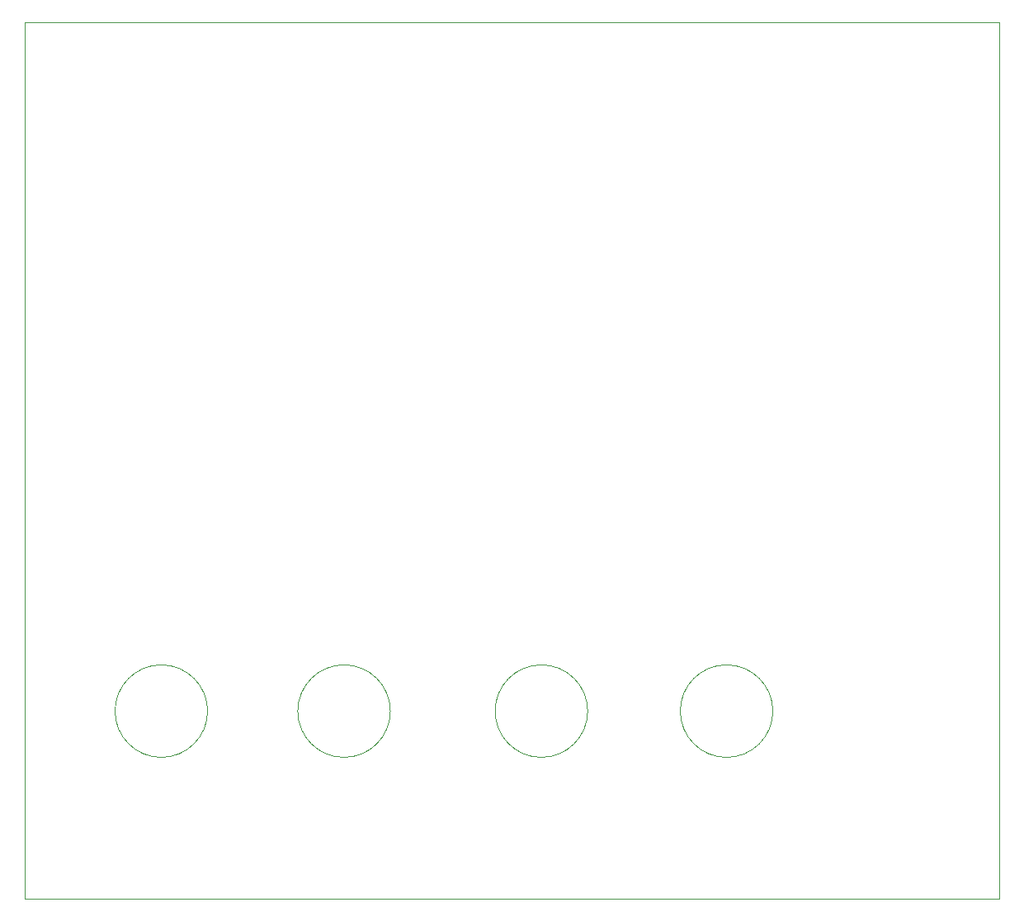
<source format=gm1>
G04 #@! TF.GenerationSoftware,KiCad,Pcbnew,7.0.7*
G04 #@! TF.CreationDate,2024-01-31T17:53:19+01:00*
G04 #@! TF.ProjectId,CabelAdapter,43616265-6c41-4646-9170-7465722e6b69,rev?*
G04 #@! TF.SameCoordinates,Original*
G04 #@! TF.FileFunction,Profile,NP*
%FSLAX46Y46*%
G04 Gerber Fmt 4.6, Leading zero omitted, Abs format (unit mm)*
G04 Created by KiCad (PCBNEW 7.0.7) date 2024-01-31 17:53:19*
%MOMM*%
%LPD*%
G01*
G04 APERTURE LIST*
G04 #@! TA.AperFunction,Profile*
%ADD10C,0.100000*%
G04 #@! TD*
G04 #@! TA.AperFunction,Profile*
%ADD11C,0.050000*%
G04 #@! TD*
G04 APERTURE END LIST*
D10*
X80000000Y-80000000D02*
X180000000Y-80000000D01*
X180000000Y-170000000D01*
X80000000Y-170000000D01*
X80000000Y-80000000D01*
D11*
X156750000Y-150750000D02*
G75*
G03*
X156750000Y-150750000I-4750000J0D01*
G01*
X137750000Y-150750000D02*
G75*
G03*
X137750000Y-150750000I-4750000J0D01*
G01*
X117500000Y-150750000D02*
G75*
G03*
X117500000Y-150750000I-4750000J0D01*
G01*
X98750000Y-150750000D02*
G75*
G03*
X98750000Y-150750000I-4750000J0D01*
G01*
M02*

</source>
